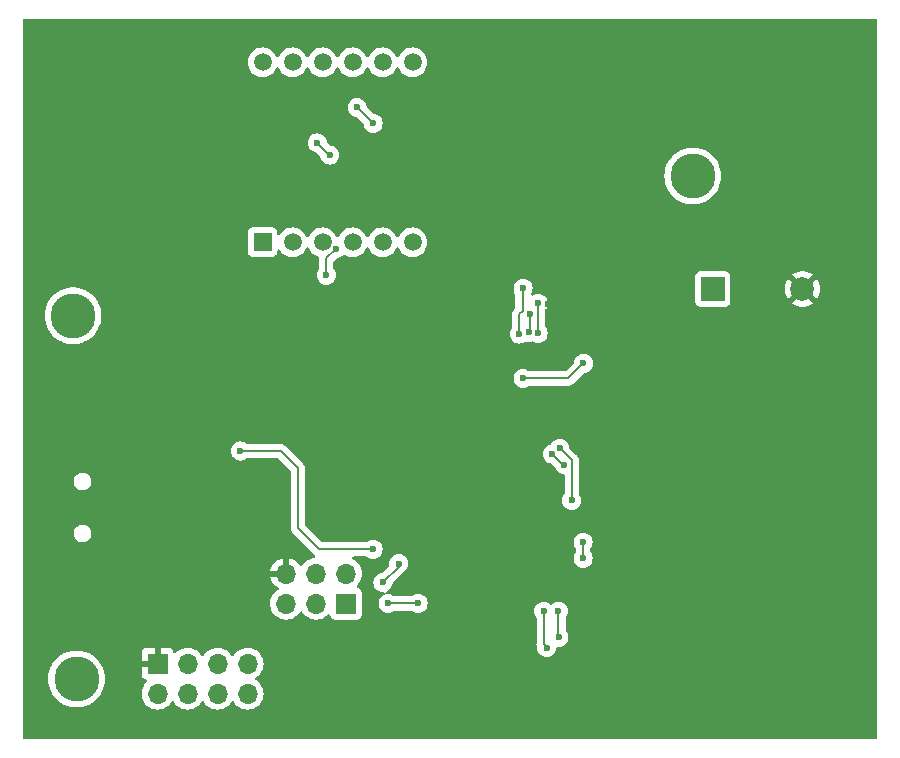
<source format=gbr>
%TF.GenerationSoftware,KiCad,Pcbnew,7.0.2*%
%TF.CreationDate,2023-04-20T12:49:32-06:00*%
%TF.ProjectId,Phase_B_KiCad_Bryce,50686173-655f-4425-9f4b-694361645f42,rev?*%
%TF.SameCoordinates,Original*%
%TF.FileFunction,Copper,L2,Bot*%
%TF.FilePolarity,Positive*%
%FSLAX46Y46*%
G04 Gerber Fmt 4.6, Leading zero omitted, Abs format (unit mm)*
G04 Created by KiCad (PCBNEW 7.0.2) date 2023-04-20 12:49:32*
%MOMM*%
%LPD*%
G01*
G04 APERTURE LIST*
%TA.AperFunction,ComponentPad*%
%ADD10C,3.800000*%
%TD*%
%TA.AperFunction,ComponentPad*%
%ADD11R,2.000000X2.000000*%
%TD*%
%TA.AperFunction,ComponentPad*%
%ADD12C,2.000000*%
%TD*%
%TA.AperFunction,ComponentPad*%
%ADD13R,1.700000X1.700000*%
%TD*%
%TA.AperFunction,ComponentPad*%
%ADD14O,1.700000X1.700000*%
%TD*%
%TA.AperFunction,ComponentPad*%
%ADD15R,1.500000X1.500000*%
%TD*%
%TA.AperFunction,ComponentPad*%
%ADD16C,1.500000*%
%TD*%
%TA.AperFunction,ViaPad*%
%ADD17C,0.600000*%
%TD*%
%TA.AperFunction,Conductor*%
%ADD18C,0.203200*%
%TD*%
G04 APERTURE END LIST*
D10*
%TO.P,REF\u002A\u002A,1*%
%TO.N,N/C*%
X118174108Y-33331284D03*
%TD*%
%TO.P,REF\u002A\u002A,1*%
%TO.N,N/C*%
X66001283Y-75910154D03*
%TD*%
%TO.P,REF\u002A\u002A,1*%
%TO.N,N/C*%
X65708950Y-45160364D03*
%TD*%
D11*
%TO.P,LS1,1,1*%
%TO.N,Buzzer*%
X119860000Y-42890000D03*
D12*
%TO.P,LS1,2,2*%
%TO.N,GND*%
X127460000Y-42890000D03*
%TD*%
D13*
%TO.P,J4,1,Pin_1*%
%TO.N,GND*%
X72870000Y-74620000D03*
D14*
%TO.P,J4,2,Pin_2*%
%TO.N,TX*%
X72870000Y-77160000D03*
%TO.P,J4,3,Pin_3*%
%TO.N,unconnected-(J4-Pin_3-Pad3)*%
X75410000Y-74620000D03*
%TO.P,J4,4,Pin_4*%
%TO.N,+3V3*%
X75410000Y-77160000D03*
%TO.P,J4,5,Pin_5*%
%TO.N,Net-(J4-Pin_5)*%
X77950000Y-74620000D03*
%TO.P,J4,6,Pin_6*%
%TO.N,+3V3*%
X77950000Y-77160000D03*
%TO.P,J4,7,Pin_7*%
%TO.N,RX*%
X80490000Y-74620000D03*
%TO.P,J4,8,Pin_8*%
%TO.N,+3V3*%
X80490000Y-77160000D03*
%TD*%
D13*
%TO.P,J2,1,MISO*%
%TO.N,MISO*%
X88832554Y-69540000D03*
D14*
%TO.P,J2,2,VCC*%
%TO.N,+5V*%
X88832554Y-67000000D03*
%TO.P,J2,3,SCK*%
%TO.N,SCK*%
X86292554Y-69540000D03*
%TO.P,J2,4,MOSI*%
%TO.N,MOSI*%
X86292554Y-67000000D03*
%TO.P,J2,5,~{RST}*%
%TO.N,RST*%
X83752554Y-69540000D03*
%TO.P,J2,6,GND*%
%TO.N,GND*%
X83752554Y-67000000D03*
%TD*%
D15*
%TO.P,U1,1,e*%
%TO.N,Net-(U1-e)*%
X81750000Y-38937500D03*
D16*
%TO.P,U1,2,d*%
%TO.N,Net-(U1-d)*%
X84290000Y-38937500D03*
%TO.P,U1,3,DPX*%
%TO.N,Net-(U1-DPX)*%
X86830000Y-38937500D03*
%TO.P,U1,4,c*%
%TO.N,Net-(U1-c)*%
X89370000Y-38937500D03*
%TO.P,U1,5,g*%
%TO.N,Net-(U1-g)*%
X91910000Y-38937500D03*
%TO.P,U1,6,CA4*%
%TO.N,Dig4*%
X94450000Y-38937500D03*
%TO.P,U1,7,b*%
%TO.N,Net-(U1-b)*%
X94450000Y-23697500D03*
%TO.P,U1,8,CA3*%
%TO.N,Dig3*%
X91910000Y-23697500D03*
%TO.P,U1,9,CA2*%
%TO.N,Dig2*%
X89370000Y-23697500D03*
%TO.P,U1,10,f*%
%TO.N,Net-(U1-f)*%
X86830000Y-23697500D03*
%TO.P,U1,11,a*%
%TO.N,Net-(U1-a)*%
X84290000Y-23697500D03*
%TO.P,U1,12,CA1*%
%TO.N,Dig1*%
X81750000Y-23697500D03*
%TD*%
D17*
%TO.N,GND*%
X88578943Y-61148943D03*
X94640948Y-60435406D03*
X79004216Y-60507878D03*
X91754027Y-51810082D03*
X79798568Y-67602927D03*
X72855958Y-65775000D03*
X65395894Y-49234042D03*
X71414708Y-68516891D03*
X110977025Y-72130571D03*
X101898423Y-75579291D03*
X76594063Y-56856065D03*
X99685392Y-71119561D03*
X87929185Y-57348059D03*
X97546793Y-75701132D03*
X104010251Y-55020247D03*
X77021524Y-66214405D03*
X104665908Y-66122724D03*
X105880000Y-44160000D03*
X71260062Y-63083020D03*
X110960000Y-44160000D03*
X97294241Y-65397497D03*
X110918302Y-56799688D03*
X107113526Y-67765303D03*
X95696311Y-50426142D03*
X93590626Y-78898095D03*
X88578943Y-62655717D03*
X102060730Y-56839933D03*
X95558975Y-71570146D03*
X86162490Y-51488977D03*
X104633472Y-56207395D03*
X95713149Y-56837887D03*
X80533090Y-53815088D03*
X97367029Y-50469350D03*
X103897898Y-75432399D03*
%TO.N,Net-(U1-DPX)*%
X87964562Y-39492854D03*
X87147662Y-41737935D03*
%TO.N,Net-(U1-a)*%
X86387991Y-30531117D03*
X87438792Y-31558792D03*
%TO.N,Button_1*%
X108890000Y-64348900D03*
X108890000Y-65710000D03*
%TO.N,RST*%
X94920000Y-69520000D03*
X92380000Y-69520000D03*
%TO.N,ST_CP*%
X108922700Y-49200000D03*
X103810000Y-50470000D03*
%TO.N,MISO*%
X91936008Y-67748978D03*
X93283349Y-66144355D03*
%TO.N,Dig3*%
X91110000Y-64941100D03*
X79883469Y-56616531D03*
%TO.N,TX*%
X105552246Y-70188900D03*
X105816818Y-73257869D03*
%TO.N,RX*%
X106801415Y-70180649D03*
X106847116Y-72404778D03*
%TO.N,Dig2*%
X105080000Y-46660000D03*
X107931456Y-60803169D03*
X106906400Y-56383818D03*
X105080000Y-44120000D03*
%TO.N,Dig4*%
X104365185Y-45027255D03*
X106277193Y-56877076D03*
X107291558Y-57761558D03*
X104284622Y-46578899D03*
%TO.N,Dig1*%
X103496542Y-46713562D03*
X103810000Y-42850000D03*
X91110000Y-28880000D03*
X89763707Y-27533707D03*
%TD*%
D18*
%TO.N,Dig3*%
X86531100Y-64941100D02*
X91110000Y-64941100D01*
X84760000Y-63170000D02*
X86531100Y-64941100D01*
X83286531Y-56616531D02*
X84760000Y-58090000D01*
X84760000Y-58090000D02*
X84760000Y-63170000D01*
X79883469Y-56616531D02*
X83286531Y-56616531D01*
%TO.N,Net-(U1-DPX)*%
X87147662Y-41737935D02*
X87147662Y-40309754D01*
X87147662Y-40309754D02*
X87964562Y-39492854D01*
%TO.N,Net-(U1-a)*%
X87415666Y-31558792D02*
X86387991Y-30531117D01*
X87438792Y-31558792D02*
X87415666Y-31558792D01*
%TO.N,Button_1*%
X108890000Y-64348900D02*
X108890000Y-65710000D01*
%TO.N,RST*%
X94920000Y-69520000D02*
X92380000Y-69520000D01*
%TO.N,ST_CP*%
X107652700Y-50470000D02*
X103810000Y-50470000D01*
X108922700Y-49200000D02*
X107652700Y-50470000D01*
%TO.N,MISO*%
X93283349Y-66144355D02*
X93283349Y-66401637D01*
X93283349Y-66401637D02*
X91936008Y-67748978D01*
%TO.N,TX*%
X105552246Y-72993297D02*
X105816818Y-73257869D01*
X105552246Y-70188900D02*
X105552246Y-72993297D01*
%TO.N,RX*%
X106801415Y-70180649D02*
X106801415Y-72359077D01*
X106801415Y-72359077D02*
X106847116Y-72404778D01*
%TO.N,Dig2*%
X105080000Y-46660000D02*
X105080000Y-44120000D01*
X107931456Y-57408874D02*
X106906400Y-56383818D01*
X107931456Y-60803169D02*
X107931456Y-57408874D01*
%TO.N,Dig4*%
X107161675Y-57761558D02*
X106277193Y-56877076D01*
X104365185Y-46498336D02*
X104284622Y-46578899D01*
X107291558Y-57761558D02*
X107161675Y-57761558D01*
X104365185Y-45027255D02*
X104365185Y-46498336D01*
%TO.N,Dig1*%
X103763585Y-42896415D02*
X103763585Y-44778064D01*
X103496542Y-45045107D02*
X103496542Y-46713562D01*
X103763585Y-44778064D02*
X103496542Y-45045107D01*
X103810000Y-42850000D02*
X103763585Y-42896415D01*
X89763707Y-27533707D02*
X91110000Y-28880000D01*
%TD*%
%TA.AperFunction,Conductor*%
%TO.N,GND*%
G36*
X133752539Y-20060185D02*
G01*
X133798294Y-20112989D01*
X133809500Y-20164500D01*
X133809500Y-80855500D01*
X133789815Y-80922539D01*
X133737011Y-80968294D01*
X133685500Y-80979500D01*
X61564500Y-80979500D01*
X61497461Y-80959815D01*
X61451706Y-80907011D01*
X61440500Y-80855500D01*
X61440500Y-75910154D01*
X63596037Y-75910154D01*
X63615003Y-76211611D01*
X63615730Y-76215423D01*
X63615732Y-76215437D01*
X63670871Y-76504484D01*
X63671602Y-76508314D01*
X63672806Y-76512021D01*
X63672807Y-76512023D01*
X63732694Y-76696337D01*
X63764942Y-76795584D01*
X63893550Y-77068890D01*
X63895632Y-77072171D01*
X63895635Y-77072176D01*
X64053307Y-77320628D01*
X64053311Y-77320634D01*
X64055398Y-77323922D01*
X64057877Y-77326919D01*
X64057881Y-77326924D01*
X64114536Y-77395408D01*
X64247934Y-77556658D01*
X64468121Y-77763428D01*
X64712488Y-77940970D01*
X64977179Y-78086486D01*
X65258021Y-78197679D01*
X65550585Y-78272796D01*
X65850256Y-78310654D01*
X65854150Y-78310654D01*
X66148416Y-78310654D01*
X66152310Y-78310654D01*
X66451981Y-78272796D01*
X66744545Y-78197679D01*
X67025387Y-78086486D01*
X67290078Y-77940970D01*
X67534445Y-77763428D01*
X67754632Y-77556658D01*
X67947168Y-77323922D01*
X68051197Y-77159999D01*
X71514340Y-77159999D01*
X71534936Y-77395407D01*
X71577340Y-77553661D01*
X71596097Y-77623663D01*
X71695965Y-77837830D01*
X71831505Y-78031401D01*
X71998599Y-78198495D01*
X72192170Y-78334035D01*
X72406337Y-78433903D01*
X72634592Y-78495063D01*
X72870000Y-78515659D01*
X73105408Y-78495063D01*
X73333663Y-78433903D01*
X73547830Y-78334035D01*
X73741401Y-78198495D01*
X73908495Y-78031401D01*
X74038426Y-77845839D01*
X74093002Y-77802216D01*
X74162500Y-77795022D01*
X74224855Y-77826545D01*
X74241571Y-77845837D01*
X74371505Y-78031401D01*
X74538599Y-78198495D01*
X74732170Y-78334035D01*
X74946337Y-78433903D01*
X75174591Y-78495062D01*
X75174592Y-78495063D01*
X75409999Y-78515659D01*
X75409999Y-78515658D01*
X75410000Y-78515659D01*
X75645408Y-78495063D01*
X75873663Y-78433903D01*
X76087830Y-78334035D01*
X76281401Y-78198495D01*
X76448495Y-78031401D01*
X76578426Y-77845839D01*
X76633002Y-77802216D01*
X76702500Y-77795022D01*
X76764855Y-77826545D01*
X76781571Y-77845837D01*
X76911505Y-78031401D01*
X77078599Y-78198495D01*
X77272170Y-78334035D01*
X77486337Y-78433903D01*
X77714592Y-78495063D01*
X77950000Y-78515659D01*
X78185408Y-78495063D01*
X78413663Y-78433903D01*
X78627830Y-78334035D01*
X78821401Y-78198495D01*
X78988495Y-78031401D01*
X79118426Y-77845839D01*
X79173002Y-77802216D01*
X79242500Y-77795022D01*
X79304855Y-77826545D01*
X79321571Y-77845837D01*
X79451505Y-78031401D01*
X79618599Y-78198495D01*
X79812170Y-78334035D01*
X80026337Y-78433903D01*
X80254592Y-78495063D01*
X80490000Y-78515659D01*
X80725408Y-78495063D01*
X80953663Y-78433903D01*
X81167830Y-78334035D01*
X81361401Y-78198495D01*
X81528495Y-78031401D01*
X81664035Y-77837830D01*
X81763903Y-77623663D01*
X81825063Y-77395408D01*
X81845659Y-77160000D01*
X81825063Y-76924592D01*
X81763903Y-76696337D01*
X81664035Y-76482171D01*
X81528495Y-76288599D01*
X81361401Y-76121505D01*
X81175839Y-75991573D01*
X81132215Y-75936997D01*
X81125023Y-75867498D01*
X81156545Y-75805144D01*
X81175831Y-75788432D01*
X81361401Y-75658495D01*
X81528495Y-75491401D01*
X81664035Y-75297830D01*
X81763903Y-75083663D01*
X81825063Y-74855408D01*
X81845659Y-74620000D01*
X81825063Y-74384592D01*
X81763903Y-74156337D01*
X81664035Y-73942171D01*
X81528495Y-73748599D01*
X81361401Y-73581505D01*
X81167830Y-73445965D01*
X80953663Y-73346097D01*
X80881074Y-73326647D01*
X80725407Y-73284936D01*
X80489999Y-73264340D01*
X80254592Y-73284936D01*
X80026336Y-73346097D01*
X79812170Y-73445965D01*
X79618598Y-73581505D01*
X79451505Y-73748598D01*
X79321575Y-73934159D01*
X79266998Y-73977784D01*
X79197500Y-73984978D01*
X79135145Y-73953455D01*
X79118425Y-73934159D01*
X78996571Y-73760133D01*
X78988495Y-73748599D01*
X78821401Y-73581505D01*
X78627830Y-73445965D01*
X78413663Y-73346097D01*
X78341074Y-73326647D01*
X78185407Y-73284936D01*
X77950000Y-73264340D01*
X77714592Y-73284936D01*
X77486336Y-73346097D01*
X77272170Y-73445965D01*
X77078598Y-73581505D01*
X76911505Y-73748598D01*
X76781575Y-73934159D01*
X76726998Y-73977784D01*
X76657500Y-73984978D01*
X76595145Y-73953455D01*
X76578425Y-73934159D01*
X76456571Y-73760133D01*
X76448495Y-73748599D01*
X76281401Y-73581505D01*
X76087830Y-73445965D01*
X75873663Y-73346097D01*
X75801074Y-73326647D01*
X75645407Y-73284936D01*
X75410000Y-73264340D01*
X75174592Y-73284936D01*
X74946336Y-73346097D01*
X74732170Y-73445965D01*
X74538601Y-73581503D01*
X74416285Y-73703819D01*
X74354962Y-73737303D01*
X74285270Y-73732319D01*
X74229337Y-73690447D01*
X74212422Y-73659471D01*
X74163352Y-73527911D01*
X74077188Y-73412811D01*
X73962089Y-73326647D01*
X73827371Y-73276400D01*
X73771132Y-73270354D01*
X73764518Y-73270000D01*
X73120000Y-73270000D01*
X73120000Y-74184498D01*
X73012315Y-74135320D01*
X72905763Y-74120000D01*
X72834237Y-74120000D01*
X72727685Y-74135320D01*
X72620000Y-74184498D01*
X72620000Y-73270000D01*
X71975482Y-73270000D01*
X71968867Y-73270354D01*
X71912628Y-73276400D01*
X71777910Y-73326647D01*
X71662811Y-73412811D01*
X71576647Y-73527910D01*
X71526400Y-73662628D01*
X71520354Y-73718867D01*
X71520000Y-73725481D01*
X71520000Y-74370000D01*
X72436314Y-74370000D01*
X72410507Y-74410156D01*
X72370000Y-74548111D01*
X72370000Y-74691889D01*
X72410507Y-74829844D01*
X72436314Y-74870000D01*
X71520000Y-74870000D01*
X71520000Y-75514518D01*
X71520354Y-75521132D01*
X71526400Y-75577371D01*
X71576647Y-75712089D01*
X71662811Y-75827188D01*
X71777911Y-75913352D01*
X71909471Y-75962422D01*
X71965404Y-76004294D01*
X71989821Y-76069758D01*
X71974969Y-76138031D01*
X71953819Y-76166285D01*
X71831503Y-76288601D01*
X71695965Y-76482170D01*
X71596097Y-76696336D01*
X71534936Y-76924592D01*
X71514340Y-77159999D01*
X68051197Y-77159999D01*
X68109016Y-77068890D01*
X68237624Y-76795584D01*
X68330964Y-76508314D01*
X68387563Y-76211611D01*
X68406529Y-75910154D01*
X68387563Y-75608697D01*
X68330964Y-75311994D01*
X68237624Y-75024724D01*
X68109016Y-74751418D01*
X67947168Y-74496386D01*
X67754632Y-74263650D01*
X67534445Y-74056880D01*
X67290078Y-73879338D01*
X67286674Y-73877467D01*
X67286670Y-73877464D01*
X67028804Y-73735700D01*
X67028797Y-73735696D01*
X67025387Y-73733822D01*
X67021761Y-73732386D01*
X67021756Y-73732384D01*
X66748173Y-73624065D01*
X66748167Y-73624063D01*
X66744545Y-73622629D01*
X66740767Y-73621659D01*
X66740764Y-73621658D01*
X66455759Y-73548482D01*
X66455758Y-73548481D01*
X66451981Y-73547512D01*
X66448118Y-73547024D01*
X66448113Y-73547023D01*
X66156174Y-73510142D01*
X66156171Y-73510141D01*
X66152310Y-73509654D01*
X65850256Y-73509654D01*
X65846395Y-73510141D01*
X65846391Y-73510142D01*
X65554452Y-73547023D01*
X65554444Y-73547024D01*
X65550585Y-73547512D01*
X65546810Y-73548481D01*
X65546806Y-73548482D01*
X65261801Y-73621658D01*
X65261794Y-73621660D01*
X65258021Y-73622629D01*
X65254403Y-73624061D01*
X65254392Y-73624065D01*
X64980809Y-73732384D01*
X64980798Y-73732388D01*
X64977179Y-73733822D01*
X64973774Y-73735693D01*
X64973761Y-73735700D01*
X64715895Y-73877464D01*
X64715883Y-73877471D01*
X64712488Y-73879338D01*
X64709344Y-73881621D01*
X64709338Y-73881626D01*
X64471277Y-74054586D01*
X64471266Y-74054594D01*
X64468121Y-74056880D01*
X64465286Y-74059541D01*
X64465279Y-74059548D01*
X64250771Y-74260985D01*
X64250764Y-74260992D01*
X64247934Y-74263650D01*
X64245459Y-74266641D01*
X64245455Y-74266646D01*
X64057881Y-74493383D01*
X64057871Y-74493395D01*
X64055398Y-74496386D01*
X64053316Y-74499665D01*
X64053307Y-74499679D01*
X63895635Y-74748131D01*
X63895628Y-74748142D01*
X63893550Y-74751418D01*
X63891897Y-74754928D01*
X63891894Y-74754936D01*
X63766598Y-75021204D01*
X63764942Y-75024724D01*
X63763740Y-75028421D01*
X63763738Y-75028428D01*
X63676205Y-75297827D01*
X63671602Y-75311994D01*
X63670873Y-75315814D01*
X63670871Y-75315823D01*
X63615732Y-75604870D01*
X63615729Y-75604886D01*
X63615003Y-75608697D01*
X63614758Y-75612588D01*
X63614758Y-75612590D01*
X63597305Y-75890000D01*
X63596037Y-75910154D01*
X61440500Y-75910154D01*
X61440500Y-63640817D01*
X65755668Y-63640817D01*
X65769470Y-63719084D01*
X65786135Y-63813594D01*
X65800389Y-63846638D01*
X65855623Y-63974687D01*
X65960390Y-64115413D01*
X66094783Y-64228183D01*
X66094784Y-64228183D01*
X66094786Y-64228185D01*
X66251567Y-64306923D01*
X66251568Y-64306923D01*
X66251570Y-64306924D01*
X66422277Y-64347383D01*
X66422279Y-64347383D01*
X66550111Y-64347383D01*
X66553709Y-64347383D01*
X66557292Y-64346964D01*
X66557295Y-64346964D01*
X66625428Y-64339000D01*
X66684255Y-64332124D01*
X66849117Y-64272120D01*
X66995696Y-64175713D01*
X67116092Y-64048101D01*
X67203812Y-63896164D01*
X67254130Y-63728093D01*
X67264331Y-63552948D01*
X67233865Y-63380172D01*
X67164377Y-63219079D01*
X67059610Y-63078353D01*
X67059609Y-63078352D01*
X66925216Y-62965582D01*
X66768429Y-62886841D01*
X66597723Y-62846383D01*
X66597721Y-62846383D01*
X66466291Y-62846383D01*
X66462725Y-62846799D01*
X66462704Y-62846801D01*
X66335746Y-62861641D01*
X66170883Y-62921645D01*
X66024303Y-63018053D01*
X65903908Y-63145663D01*
X65816188Y-63297601D01*
X65816188Y-63297602D01*
X65765870Y-63465673D01*
X65765869Y-63465675D01*
X65765870Y-63465675D01*
X65755668Y-63640817D01*
X61440500Y-63640817D01*
X61440500Y-59240817D01*
X65755668Y-59240817D01*
X65771058Y-59328090D01*
X65786135Y-59413594D01*
X65821752Y-59496164D01*
X65855623Y-59574687D01*
X65960390Y-59715413D01*
X66094783Y-59828183D01*
X66094784Y-59828183D01*
X66094786Y-59828185D01*
X66251567Y-59906923D01*
X66251568Y-59906923D01*
X66251570Y-59906924D01*
X66422277Y-59947383D01*
X66422279Y-59947383D01*
X66550111Y-59947383D01*
X66553709Y-59947383D01*
X66557292Y-59946964D01*
X66557295Y-59946964D01*
X66607557Y-59941088D01*
X66684255Y-59932124D01*
X66849117Y-59872120D01*
X66995696Y-59775713D01*
X67116092Y-59648101D01*
X67203812Y-59496164D01*
X67254130Y-59328093D01*
X67264331Y-59152948D01*
X67233865Y-58980172D01*
X67164377Y-58819079D01*
X67059610Y-58678353D01*
X67018236Y-58643636D01*
X66925216Y-58565582D01*
X66768429Y-58486841D01*
X66597723Y-58446383D01*
X66597721Y-58446383D01*
X66466291Y-58446383D01*
X66462725Y-58446799D01*
X66462704Y-58446801D01*
X66335746Y-58461641D01*
X66170883Y-58521645D01*
X66024303Y-58618053D01*
X65903908Y-58745663D01*
X65816188Y-58897601D01*
X65816188Y-58897602D01*
X65765870Y-59065673D01*
X65765869Y-59065675D01*
X65765870Y-59065675D01*
X65755668Y-59240817D01*
X61440500Y-59240817D01*
X61440500Y-56616530D01*
X79077903Y-56616530D01*
X79098100Y-56795782D01*
X79098100Y-56795784D01*
X79098101Y-56795786D01*
X79157680Y-56966053D01*
X79185937Y-57011024D01*
X79253654Y-57118795D01*
X79381204Y-57246345D01*
X79381206Y-57246346D01*
X79381207Y-57246347D01*
X79533947Y-57342320D01*
X79704214Y-57401899D01*
X79883469Y-57422096D01*
X80062724Y-57401899D01*
X80232991Y-57342320D01*
X80385731Y-57246347D01*
X80385730Y-57246347D01*
X80397561Y-57238914D01*
X80399843Y-57242546D01*
X80438452Y-57221465D01*
X80464810Y-57218631D01*
X82985771Y-57218631D01*
X83052810Y-57238316D01*
X83073452Y-57254950D01*
X84121581Y-58303079D01*
X84155066Y-58364402D01*
X84157900Y-58390760D01*
X84157900Y-63122420D01*
X84156839Y-63138605D01*
X84152705Y-63169999D01*
X84157900Y-63209454D01*
X84157900Y-63209460D01*
X84169504Y-63297602D01*
X84173397Y-63327179D01*
X84230764Y-63465673D01*
X84234067Y-63473647D01*
X84306337Y-63567831D01*
X84305711Y-63567069D01*
X84305869Y-63567409D01*
X84306350Y-63567849D01*
X84330577Y-63599422D01*
X84355708Y-63618706D01*
X84367902Y-63629400D01*
X86071699Y-65333197D01*
X86082393Y-65345391D01*
X86101676Y-65370521D01*
X86133237Y-65394738D01*
X86133254Y-65394752D01*
X86188564Y-65437193D01*
X86229766Y-65493621D01*
X86233921Y-65563367D01*
X86199709Y-65624288D01*
X86137991Y-65657040D01*
X86123885Y-65659097D01*
X86057146Y-65664936D01*
X85828890Y-65726097D01*
X85614724Y-65825965D01*
X85421152Y-65961505D01*
X85254062Y-66128595D01*
X85123823Y-66314596D01*
X85069246Y-66358220D01*
X84999747Y-66365413D01*
X84937393Y-66333891D01*
X84920673Y-66314595D01*
X84790663Y-66128921D01*
X84623635Y-65961893D01*
X84430130Y-65826399D01*
X84216046Y-65726569D01*
X84002554Y-65669364D01*
X84002554Y-66564498D01*
X83894869Y-66515320D01*
X83788317Y-66500000D01*
X83716791Y-66500000D01*
X83610239Y-66515320D01*
X83502554Y-66564498D01*
X83502554Y-65669364D01*
X83502553Y-65669364D01*
X83289061Y-65726569D01*
X83074975Y-65826400D01*
X82881475Y-65961890D01*
X82714444Y-66128921D01*
X82578954Y-66322421D01*
X82479123Y-66536507D01*
X82421918Y-66749999D01*
X82421918Y-66750000D01*
X83318868Y-66750000D01*
X83293061Y-66790156D01*
X83252554Y-66928111D01*
X83252554Y-67071889D01*
X83293061Y-67209844D01*
X83318868Y-67250000D01*
X82421918Y-67250000D01*
X82479123Y-67463492D01*
X82578953Y-67677576D01*
X82714447Y-67871081D01*
X82881472Y-68038106D01*
X83067149Y-68168119D01*
X83110773Y-68222696D01*
X83117966Y-68292195D01*
X83086444Y-68354549D01*
X83067149Y-68371269D01*
X82881149Y-68501508D01*
X82714059Y-68668598D01*
X82578519Y-68862170D01*
X82478651Y-69076336D01*
X82417490Y-69304592D01*
X82396894Y-69540000D01*
X82417490Y-69775407D01*
X82462263Y-69942502D01*
X82478651Y-70003663D01*
X82578519Y-70217830D01*
X82714059Y-70411401D01*
X82881153Y-70578495D01*
X83074724Y-70714035D01*
X83288891Y-70813903D01*
X83517146Y-70875063D01*
X83752554Y-70895659D01*
X83987962Y-70875063D01*
X84216217Y-70813903D01*
X84430384Y-70714035D01*
X84623955Y-70578495D01*
X84791049Y-70411401D01*
X84920980Y-70225839D01*
X84975556Y-70182216D01*
X85045054Y-70175022D01*
X85107409Y-70206545D01*
X85124125Y-70225837D01*
X85254059Y-70411401D01*
X85421153Y-70578495D01*
X85614724Y-70714035D01*
X85828891Y-70813903D01*
X86057146Y-70875063D01*
X86292553Y-70895659D01*
X86292553Y-70895658D01*
X86292554Y-70895659D01*
X86527962Y-70875063D01*
X86756217Y-70813903D01*
X86970384Y-70714035D01*
X87163955Y-70578495D01*
X87285883Y-70456566D01*
X87347202Y-70423084D01*
X87416894Y-70428068D01*
X87472828Y-70469939D01*
X87489743Y-70500916D01*
X87515845Y-70570898D01*
X87538758Y-70632331D01*
X87625008Y-70747546D01*
X87740223Y-70833796D01*
X87875071Y-70884091D01*
X87934681Y-70890500D01*
X89730426Y-70890499D01*
X89790037Y-70884091D01*
X89924885Y-70833796D01*
X90040100Y-70747546D01*
X90126350Y-70632331D01*
X90176645Y-70497483D01*
X90183054Y-70437873D01*
X90183053Y-68642128D01*
X90176645Y-68582517D01*
X90126350Y-68447669D01*
X90040100Y-68332454D01*
X89924885Y-68246204D01*
X89861857Y-68222696D01*
X89793470Y-68197189D01*
X89737537Y-68155317D01*
X89713120Y-68089853D01*
X89727972Y-68021580D01*
X89749117Y-67993332D01*
X89871049Y-67871401D01*
X89956771Y-67748977D01*
X91130442Y-67748977D01*
X91150639Y-67928229D01*
X91150639Y-67928231D01*
X91150640Y-67928233D01*
X91210219Y-68098500D01*
X91210220Y-68098501D01*
X91306193Y-68251242D01*
X91433743Y-68378792D01*
X91433745Y-68378793D01*
X91433746Y-68378794D01*
X91586486Y-68474767D01*
X91756753Y-68534346D01*
X91864305Y-68546464D01*
X91936006Y-68554543D01*
X91936006Y-68554542D01*
X91936008Y-68554543D01*
X91991956Y-68548239D01*
X92060778Y-68560293D01*
X92112158Y-68607641D01*
X92129783Y-68675252D01*
X92108057Y-68741658D01*
X92053879Y-68785776D01*
X92046798Y-68788500D01*
X92030478Y-68794210D01*
X91877735Y-68890185D01*
X91750185Y-69017735D01*
X91654212Y-69170476D01*
X91654211Y-69170478D01*
X91594632Y-69340745D01*
X91594631Y-69340748D01*
X91574434Y-69520000D01*
X91594631Y-69699251D01*
X91594631Y-69699253D01*
X91594632Y-69699255D01*
X91654211Y-69869522D01*
X91654212Y-69869523D01*
X91750185Y-70022264D01*
X91877735Y-70149814D01*
X91877737Y-70149815D01*
X91877738Y-70149816D01*
X92030478Y-70245789D01*
X92200745Y-70305368D01*
X92380000Y-70325565D01*
X92559255Y-70305368D01*
X92729522Y-70245789D01*
X92882262Y-70149816D01*
X92882261Y-70149816D01*
X92894092Y-70142383D01*
X92896374Y-70146015D01*
X92934983Y-70124934D01*
X92961341Y-70122100D01*
X94338659Y-70122100D01*
X94405698Y-70141785D01*
X94408323Y-70143900D01*
X94417737Y-70149815D01*
X94417738Y-70149816D01*
X94570478Y-70245789D01*
X94740745Y-70305368D01*
X94920000Y-70325565D01*
X95099255Y-70305368D01*
X95269522Y-70245789D01*
X95360060Y-70188900D01*
X104746680Y-70188900D01*
X104766877Y-70368151D01*
X104766877Y-70368153D01*
X104766878Y-70368155D01*
X104826457Y-70538422D01*
X104826458Y-70538423D01*
X104929863Y-70702992D01*
X104926228Y-70705275D01*
X104947302Y-70743834D01*
X104950146Y-70770240D01*
X104950146Y-72945717D01*
X104949085Y-72961902D01*
X104944951Y-72993296D01*
X104950146Y-73032751D01*
X104950146Y-73032757D01*
X104959137Y-73101051D01*
X104965644Y-73150477D01*
X105004974Y-73245429D01*
X105013633Y-73278997D01*
X105031449Y-73437120D01*
X105031449Y-73437122D01*
X105031450Y-73437124D01*
X105091029Y-73607391D01*
X105091030Y-73607392D01*
X105187003Y-73760133D01*
X105314553Y-73887683D01*
X105314555Y-73887684D01*
X105314556Y-73887685D01*
X105467296Y-73983658D01*
X105637563Y-74043237D01*
X105758649Y-74056880D01*
X105816817Y-74063434D01*
X105816817Y-74063433D01*
X105816818Y-74063434D01*
X105996073Y-74043237D01*
X106166340Y-73983658D01*
X106319080Y-73887685D01*
X106446634Y-73760131D01*
X106542607Y-73607391D01*
X106602186Y-73437124D01*
X106616605Y-73309155D01*
X106643672Y-73244741D01*
X106701266Y-73205186D01*
X106753709Y-73199819D01*
X106847116Y-73210343D01*
X107026371Y-73190146D01*
X107196638Y-73130567D01*
X107349378Y-73034594D01*
X107476932Y-72907040D01*
X107572905Y-72754300D01*
X107632484Y-72584033D01*
X107652681Y-72404778D01*
X107632484Y-72225523D01*
X107572905Y-72055256D01*
X107476932Y-71902516D01*
X107476931Y-71902515D01*
X107476930Y-71902513D01*
X107439834Y-71865417D01*
X107406349Y-71804094D01*
X107403515Y-71777736D01*
X107403515Y-70761989D01*
X107423200Y-70694950D01*
X107425314Y-70692326D01*
X107431227Y-70682914D01*
X107431231Y-70682911D01*
X107527204Y-70530171D01*
X107586783Y-70359904D01*
X107606980Y-70180649D01*
X107586783Y-70001394D01*
X107527204Y-69831127D01*
X107431231Y-69678387D01*
X107431230Y-69678386D01*
X107431229Y-69678384D01*
X107303679Y-69550834D01*
X107241282Y-69511628D01*
X107150937Y-69454860D01*
X106980670Y-69395281D01*
X106980668Y-69395280D01*
X106980666Y-69395280D01*
X106801415Y-69375083D01*
X106622163Y-69395280D01*
X106622160Y-69395280D01*
X106622160Y-69395281D01*
X106451893Y-69454860D01*
X106451891Y-69454860D01*
X106451891Y-69454861D01*
X106299150Y-69550834D01*
X106260386Y-69589599D01*
X106199063Y-69623084D01*
X106129371Y-69618100D01*
X106085024Y-69589599D01*
X106054510Y-69559085D01*
X105992113Y-69519879D01*
X105901768Y-69463111D01*
X105731501Y-69403532D01*
X105731499Y-69403531D01*
X105731497Y-69403531D01*
X105552246Y-69383334D01*
X105372994Y-69403531D01*
X105372991Y-69403531D01*
X105372991Y-69403532D01*
X105202724Y-69463111D01*
X105202722Y-69463111D01*
X105202722Y-69463112D01*
X105049981Y-69559085D01*
X104922431Y-69686635D01*
X104826458Y-69839376D01*
X104766877Y-70009648D01*
X104746680Y-70188900D01*
X95360060Y-70188900D01*
X95422262Y-70149816D01*
X95549816Y-70022262D01*
X95645789Y-69869522D01*
X95705368Y-69699255D01*
X95725565Y-69520000D01*
X95705368Y-69340745D01*
X95645789Y-69170478D01*
X95549816Y-69017738D01*
X95549815Y-69017737D01*
X95549814Y-69017735D01*
X95422264Y-68890185D01*
X95359867Y-68850979D01*
X95269522Y-68794211D01*
X95099255Y-68734632D01*
X95099253Y-68734631D01*
X95099251Y-68734631D01*
X94920000Y-68714434D01*
X94740748Y-68734631D01*
X94740745Y-68734631D01*
X94740745Y-68734632D01*
X94570478Y-68794211D01*
X94570476Y-68794211D01*
X94570476Y-68794212D01*
X94405908Y-68897617D01*
X94403625Y-68893984D01*
X94365017Y-68915066D01*
X94338659Y-68917900D01*
X92961341Y-68917900D01*
X92894302Y-68898215D01*
X92891676Y-68896099D01*
X92824929Y-68854159D01*
X92729522Y-68794211D01*
X92559255Y-68734632D01*
X92559253Y-68734631D01*
X92559251Y-68734631D01*
X92379999Y-68714434D01*
X92324049Y-68720738D01*
X92255227Y-68708683D01*
X92203848Y-68661334D01*
X92186224Y-68593723D01*
X92207951Y-68527318D01*
X92262130Y-68483200D01*
X92269207Y-68480478D01*
X92285530Y-68474767D01*
X92438270Y-68378794D01*
X92565824Y-68251240D01*
X92661797Y-68098500D01*
X92721376Y-67928233D01*
X92730882Y-67843859D01*
X92757948Y-67779445D01*
X92766412Y-67770070D01*
X93675452Y-66861029D01*
X93687637Y-66850343D01*
X93712771Y-66831059D01*
X93715692Y-66827251D01*
X93748099Y-66797741D01*
X93760170Y-66790156D01*
X93785611Y-66774171D01*
X93913165Y-66646617D01*
X94009138Y-66493877D01*
X94068717Y-66323610D01*
X94088914Y-66144355D01*
X94068717Y-65965100D01*
X94009138Y-65794833D01*
X93955833Y-65709999D01*
X108084434Y-65709999D01*
X108104631Y-65889251D01*
X108104631Y-65889253D01*
X108104632Y-65889255D01*
X108164211Y-66059522D01*
X108207614Y-66128598D01*
X108260185Y-66212264D01*
X108387735Y-66339814D01*
X108387737Y-66339815D01*
X108387738Y-66339816D01*
X108540478Y-66435789D01*
X108710745Y-66495368D01*
X108890000Y-66515565D01*
X109069255Y-66495368D01*
X109239522Y-66435789D01*
X109392262Y-66339816D01*
X109519816Y-66212262D01*
X109615789Y-66059522D01*
X109675368Y-65889255D01*
X109695565Y-65710000D01*
X109675368Y-65530745D01*
X109615789Y-65360478D01*
X109519816Y-65207738D01*
X109512383Y-65195908D01*
X109516017Y-65193624D01*
X109494943Y-65155065D01*
X109492100Y-65128668D01*
X109492100Y-64930236D01*
X109511784Y-64863201D01*
X109513899Y-64860577D01*
X109519812Y-64851165D01*
X109519816Y-64851162D01*
X109615789Y-64698422D01*
X109675368Y-64528155D01*
X109695565Y-64348900D01*
X109675368Y-64169645D01*
X109615789Y-63999378D01*
X109519816Y-63846638D01*
X109519815Y-63846637D01*
X109519814Y-63846635D01*
X109392264Y-63719085D01*
X109329867Y-63679878D01*
X109239522Y-63623111D01*
X109069255Y-63563532D01*
X109069253Y-63563531D01*
X109069251Y-63563531D01*
X108889999Y-63543334D01*
X108710748Y-63563531D01*
X108710745Y-63563531D01*
X108710745Y-63563532D01*
X108540478Y-63623111D01*
X108540476Y-63623111D01*
X108540476Y-63623112D01*
X108387735Y-63719085D01*
X108260185Y-63846635D01*
X108164212Y-63999376D01*
X108104631Y-64169648D01*
X108084434Y-64348900D01*
X108104631Y-64528151D01*
X108104631Y-64528153D01*
X108104632Y-64528155D01*
X108164211Y-64698422D01*
X108164212Y-64698423D01*
X108267617Y-64862992D01*
X108263982Y-64865275D01*
X108285056Y-64903834D01*
X108287900Y-64930240D01*
X108287900Y-65128659D01*
X108268215Y-65195698D01*
X108266099Y-65198323D01*
X108165148Y-65358986D01*
X108164211Y-65360478D01*
X108117622Y-65493621D01*
X108104631Y-65530748D01*
X108084434Y-65709999D01*
X93955833Y-65709999D01*
X93913165Y-65642093D01*
X93913164Y-65642092D01*
X93913163Y-65642090D01*
X93785613Y-65514540D01*
X93710007Y-65467034D01*
X93632871Y-65418566D01*
X93462604Y-65358987D01*
X93462602Y-65358986D01*
X93462600Y-65358986D01*
X93283348Y-65338789D01*
X93104097Y-65358986D01*
X93104094Y-65358986D01*
X93104094Y-65358987D01*
X92933827Y-65418566D01*
X92933825Y-65418566D01*
X92933825Y-65418567D01*
X92781084Y-65514540D01*
X92653534Y-65642090D01*
X92567143Y-65779582D01*
X92557560Y-65794833D01*
X92546515Y-65826399D01*
X92497980Y-65965103D01*
X92477783Y-66144355D01*
X92492499Y-66274963D01*
X92480444Y-66343784D01*
X92456960Y-66376527D01*
X91914922Y-66918564D01*
X91853599Y-66952049D01*
X91841125Y-66954103D01*
X91756757Y-66963609D01*
X91756754Y-66963609D01*
X91756753Y-66963610D01*
X91586486Y-67023189D01*
X91586484Y-67023189D01*
X91586484Y-67023190D01*
X91433743Y-67119163D01*
X91306193Y-67246713D01*
X91210220Y-67399454D01*
X91210219Y-67399456D01*
X91187752Y-67463663D01*
X91150639Y-67569726D01*
X91130442Y-67748977D01*
X89956771Y-67748977D01*
X90006589Y-67677830D01*
X90106457Y-67463663D01*
X90167617Y-67235408D01*
X90188213Y-67000000D01*
X90167617Y-66764592D01*
X90106457Y-66536337D01*
X90006589Y-66322171D01*
X89871049Y-66128599D01*
X89703955Y-65961505D01*
X89510384Y-65825965D01*
X89410914Y-65779581D01*
X89358476Y-65733410D01*
X89339324Y-65666216D01*
X89359540Y-65599335D01*
X89412705Y-65554000D01*
X89463320Y-65543200D01*
X90528659Y-65543200D01*
X90595698Y-65562885D01*
X90598323Y-65565000D01*
X90607737Y-65570915D01*
X90607738Y-65570916D01*
X90760478Y-65666889D01*
X90930745Y-65726468D01*
X91110000Y-65746665D01*
X91289255Y-65726468D01*
X91459522Y-65666889D01*
X91612262Y-65570916D01*
X91739816Y-65443362D01*
X91835789Y-65290622D01*
X91895368Y-65120355D01*
X91915565Y-64941100D01*
X91895368Y-64761845D01*
X91835789Y-64591578D01*
X91739816Y-64438838D01*
X91739815Y-64438837D01*
X91739814Y-64438835D01*
X91612264Y-64311285D01*
X91549867Y-64272078D01*
X91459522Y-64215311D01*
X91289255Y-64155732D01*
X91289253Y-64155731D01*
X91289251Y-64155731D01*
X91109999Y-64135534D01*
X90930748Y-64155731D01*
X90930745Y-64155731D01*
X90930745Y-64155732D01*
X90760478Y-64215311D01*
X90760476Y-64215311D01*
X90760476Y-64215312D01*
X90595908Y-64318717D01*
X90593625Y-64315084D01*
X90555017Y-64336166D01*
X90528659Y-64339000D01*
X86831860Y-64339000D01*
X86764821Y-64319315D01*
X86744179Y-64302681D01*
X85398419Y-62956920D01*
X85364934Y-62895597D01*
X85362100Y-62869239D01*
X85362100Y-58137586D01*
X85363161Y-58121400D01*
X85367295Y-58089999D01*
X85364887Y-58071713D01*
X85346602Y-57932820D01*
X85285933Y-57786353D01*
X85213652Y-57692154D01*
X85213648Y-57692150D01*
X85189422Y-57660578D01*
X85164287Y-57641291D01*
X85152101Y-57630603D01*
X84398574Y-56877076D01*
X105471627Y-56877076D01*
X105491824Y-57056327D01*
X105491824Y-57056329D01*
X105491825Y-57056331D01*
X105551404Y-57226598D01*
X105551405Y-57226599D01*
X105647378Y-57379340D01*
X105774928Y-57506890D01*
X105774930Y-57506891D01*
X105774931Y-57506892D01*
X105927671Y-57602865D01*
X106097938Y-57662444D01*
X106182310Y-57671950D01*
X106246724Y-57699016D01*
X106256108Y-57707489D01*
X106495196Y-57946577D01*
X106524556Y-57993303D01*
X106565767Y-58111077D01*
X106661743Y-58263822D01*
X106789293Y-58391372D01*
X106789295Y-58391373D01*
X106789296Y-58391374D01*
X106942036Y-58487347D01*
X107112303Y-58546926D01*
X107167357Y-58553129D01*
X107219239Y-58558975D01*
X107283653Y-58586041D01*
X107323208Y-58643636D01*
X107329355Y-58682195D01*
X107329356Y-60221828D01*
X107309671Y-60288867D01*
X107307554Y-60291494D01*
X107205668Y-60453645D01*
X107146087Y-60623917D01*
X107125890Y-60803169D01*
X107146087Y-60982420D01*
X107146087Y-60982422D01*
X107146088Y-60982424D01*
X107205667Y-61152691D01*
X107205668Y-61152692D01*
X107301641Y-61305433D01*
X107429191Y-61432983D01*
X107429193Y-61432984D01*
X107429194Y-61432985D01*
X107581934Y-61528958D01*
X107752201Y-61588537D01*
X107931456Y-61608734D01*
X108110711Y-61588537D01*
X108280978Y-61528958D01*
X108433718Y-61432985D01*
X108561272Y-61305431D01*
X108657245Y-61152691D01*
X108716824Y-60982424D01*
X108737021Y-60803169D01*
X108716824Y-60623914D01*
X108657245Y-60453647D01*
X108561272Y-60300907D01*
X108553839Y-60289077D01*
X108557471Y-60286794D01*
X108536389Y-60248185D01*
X108533555Y-60221827D01*
X108533555Y-58897601D01*
X108533555Y-57456437D01*
X108534614Y-57440287D01*
X108538750Y-57408874D01*
X108533556Y-57369419D01*
X108533556Y-57369414D01*
X108518058Y-57251694D01*
X108457389Y-57105227D01*
X108415826Y-57051061D01*
X108385107Y-57011027D01*
X108385104Y-57011024D01*
X108360878Y-56979452D01*
X108335743Y-56960165D01*
X108323557Y-56949477D01*
X107736813Y-56362733D01*
X107703328Y-56301410D01*
X107701274Y-56288935D01*
X107696579Y-56247261D01*
X107691768Y-56204563D01*
X107632189Y-56034296D01*
X107536216Y-55881556D01*
X107536215Y-55881555D01*
X107536214Y-55881553D01*
X107408664Y-55754003D01*
X107346267Y-55714796D01*
X107255922Y-55658029D01*
X107085655Y-55598450D01*
X107085653Y-55598449D01*
X107085651Y-55598449D01*
X106906400Y-55578252D01*
X106727148Y-55598449D01*
X106727145Y-55598449D01*
X106727145Y-55598450D01*
X106556878Y-55658029D01*
X106556876Y-55658029D01*
X106556876Y-55658030D01*
X106404135Y-55754003D01*
X106276584Y-55881554D01*
X106179857Y-56035495D01*
X106127522Y-56081786D01*
X106110911Y-56086480D01*
X106111126Y-56087094D01*
X106097940Y-56091707D01*
X106097938Y-56091708D01*
X105927671Y-56151287D01*
X105927669Y-56151287D01*
X105927669Y-56151288D01*
X105774928Y-56247261D01*
X105647378Y-56374811D01*
X105551405Y-56527552D01*
X105491824Y-56697824D01*
X105471627Y-56877076D01*
X84398574Y-56877076D01*
X83745927Y-56224429D01*
X83735232Y-56212234D01*
X83715952Y-56187107D01*
X83692292Y-56168952D01*
X83692282Y-56168945D01*
X83684380Y-56162882D01*
X83684378Y-56162880D01*
X83590178Y-56090598D01*
X83580236Y-56086480D01*
X83442183Y-56029296D01*
X83435651Y-56028868D01*
X83326003Y-56014432D01*
X83325979Y-56014430D01*
X83286531Y-56009236D01*
X83255136Y-56013370D01*
X83238951Y-56014431D01*
X80464810Y-56014431D01*
X80397771Y-55994746D01*
X80395145Y-55992630D01*
X80335853Y-55955374D01*
X80232991Y-55890742D01*
X80062724Y-55831163D01*
X80062722Y-55831162D01*
X80062720Y-55831162D01*
X79883469Y-55810965D01*
X79704217Y-55831162D01*
X79704214Y-55831162D01*
X79704214Y-55831163D01*
X79533947Y-55890742D01*
X79533945Y-55890742D01*
X79533945Y-55890743D01*
X79381204Y-55986716D01*
X79253654Y-56114266D01*
X79157681Y-56267007D01*
X79157680Y-56267009D01*
X79098101Y-56437276D01*
X79098100Y-56437279D01*
X79077903Y-56616530D01*
X61440500Y-56616530D01*
X61440500Y-50469999D01*
X103004434Y-50469999D01*
X103024631Y-50649251D01*
X103024631Y-50649253D01*
X103024632Y-50649255D01*
X103084211Y-50819522D01*
X103084212Y-50819523D01*
X103180185Y-50972264D01*
X103307735Y-51099814D01*
X103307737Y-51099815D01*
X103307738Y-51099816D01*
X103460478Y-51195789D01*
X103630745Y-51255368D01*
X103810000Y-51275565D01*
X103989255Y-51255368D01*
X104159522Y-51195789D01*
X104312262Y-51099816D01*
X104312261Y-51099816D01*
X104324092Y-51092383D01*
X104326374Y-51096015D01*
X104364983Y-51074934D01*
X104391341Y-51072100D01*
X107605120Y-51072100D01*
X107621304Y-51073160D01*
X107652700Y-51077294D01*
X107692155Y-51072100D01*
X107692160Y-51072100D01*
X107809880Y-51056602D01*
X107956347Y-50995933D01*
X107987196Y-50972262D01*
X108050547Y-50923651D01*
X108050548Y-50923648D01*
X108066841Y-50911147D01*
X108066840Y-50911147D01*
X108082122Y-50899422D01*
X108101410Y-50874284D01*
X108112090Y-50862106D01*
X108943785Y-50030411D01*
X109005106Y-49996928D01*
X109017579Y-49994874D01*
X109101955Y-49985368D01*
X109272222Y-49925789D01*
X109424962Y-49829816D01*
X109552516Y-49702262D01*
X109648489Y-49549522D01*
X109708068Y-49379255D01*
X109728265Y-49200000D01*
X109708068Y-49020745D01*
X109648489Y-48850478D01*
X109552516Y-48697738D01*
X109552515Y-48697737D01*
X109552514Y-48697735D01*
X109424964Y-48570185D01*
X109362567Y-48530978D01*
X109272222Y-48474211D01*
X109101955Y-48414632D01*
X109101953Y-48414631D01*
X109101951Y-48414631D01*
X108922700Y-48394434D01*
X108743448Y-48414631D01*
X108743445Y-48414631D01*
X108743445Y-48414632D01*
X108573178Y-48474211D01*
X108573176Y-48474211D01*
X108573176Y-48474212D01*
X108420435Y-48570185D01*
X108292885Y-48697735D01*
X108196912Y-48850476D01*
X108137331Y-49020749D01*
X108127825Y-49105117D01*
X108100758Y-49169531D01*
X108092286Y-49178914D01*
X107439621Y-49831581D01*
X107378298Y-49865066D01*
X107351940Y-49867900D01*
X104391341Y-49867900D01*
X104324302Y-49848215D01*
X104321676Y-49846099D01*
X104262384Y-49808843D01*
X104159522Y-49744211D01*
X103989255Y-49684632D01*
X103989253Y-49684631D01*
X103989251Y-49684631D01*
X103809999Y-49664434D01*
X103630748Y-49684631D01*
X103630745Y-49684631D01*
X103630745Y-49684632D01*
X103460478Y-49744211D01*
X103460476Y-49744211D01*
X103460476Y-49744212D01*
X103307735Y-49840185D01*
X103180185Y-49967735D01*
X103084212Y-50120476D01*
X103024631Y-50290748D01*
X103004434Y-50469999D01*
X61440500Y-50469999D01*
X61440500Y-45160364D01*
X63303704Y-45160364D01*
X63322670Y-45461821D01*
X63323397Y-45465633D01*
X63323399Y-45465647D01*
X63378538Y-45754694D01*
X63379269Y-45758524D01*
X63472609Y-46045794D01*
X63601217Y-46319100D01*
X63603299Y-46322381D01*
X63603302Y-46322386D01*
X63760974Y-46570838D01*
X63760978Y-46570844D01*
X63763065Y-46574132D01*
X63955601Y-46806868D01*
X64175788Y-47013638D01*
X64420155Y-47191180D01*
X64423562Y-47193053D01*
X64674901Y-47331229D01*
X64684846Y-47336696D01*
X64965688Y-47447889D01*
X65258252Y-47523006D01*
X65557923Y-47560864D01*
X65561817Y-47560864D01*
X65856083Y-47560864D01*
X65859977Y-47560864D01*
X66159648Y-47523006D01*
X66452212Y-47447889D01*
X66733054Y-47336696D01*
X66997745Y-47191180D01*
X67242112Y-47013638D01*
X67462299Y-46806868D01*
X67539489Y-46713561D01*
X102690976Y-46713561D01*
X102711173Y-46892813D01*
X102711173Y-46892815D01*
X102711174Y-46892817D01*
X102770753Y-47063084D01*
X102770754Y-47063085D01*
X102866727Y-47215826D01*
X102994277Y-47343376D01*
X102994279Y-47343377D01*
X102994280Y-47343378D01*
X103147020Y-47439351D01*
X103317287Y-47498930D01*
X103496542Y-47519127D01*
X103675797Y-47498930D01*
X103846064Y-47439351D01*
X103965006Y-47364614D01*
X104032241Y-47345614D01*
X104071928Y-47352565D01*
X104105367Y-47364267D01*
X104239808Y-47379414D01*
X104284621Y-47384464D01*
X104284621Y-47384463D01*
X104284622Y-47384464D01*
X104463877Y-47364267D01*
X104556752Y-47331767D01*
X104626529Y-47328205D01*
X104663675Y-47343814D01*
X104730478Y-47385789D01*
X104900745Y-47445368D01*
X105080000Y-47465565D01*
X105259255Y-47445368D01*
X105429522Y-47385789D01*
X105582262Y-47289816D01*
X105709816Y-47162262D01*
X105805789Y-47009522D01*
X105865368Y-46839255D01*
X105885565Y-46660000D01*
X105865368Y-46480745D01*
X105805789Y-46310478D01*
X105709816Y-46157738D01*
X105702383Y-46145908D01*
X105706015Y-46143625D01*
X105684934Y-46105017D01*
X105682100Y-46078659D01*
X105682100Y-44701340D01*
X105701785Y-44634301D01*
X105703899Y-44631677D01*
X105709812Y-44622265D01*
X105709816Y-44622262D01*
X105805789Y-44469522D01*
X105865368Y-44299255D01*
X105885565Y-44120000D01*
X105865368Y-43940745D01*
X105863210Y-43934578D01*
X118359500Y-43934578D01*
X118359501Y-43937872D01*
X118365909Y-43997483D01*
X118416204Y-44132331D01*
X118502454Y-44247546D01*
X118617669Y-44333796D01*
X118752517Y-44384091D01*
X118812127Y-44390500D01*
X120907872Y-44390499D01*
X120967483Y-44384091D01*
X121102331Y-44333796D01*
X121217546Y-44247546D01*
X121303796Y-44132331D01*
X121354091Y-43997483D01*
X121360500Y-43937873D01*
X121360499Y-42890000D01*
X125954858Y-42890000D01*
X125975386Y-43137732D01*
X126036413Y-43378721D01*
X126136268Y-43606370D01*
X126236563Y-43759882D01*
X126236564Y-43759882D01*
X126976923Y-43019523D01*
X127000507Y-43099844D01*
X127078239Y-43220798D01*
X127186900Y-43314952D01*
X127317685Y-43374680D01*
X127327466Y-43376086D01*
X126589942Y-44113609D01*
X126589942Y-44113610D01*
X126636766Y-44150055D01*
X126855393Y-44268368D01*
X127090506Y-44349083D01*
X127335707Y-44390000D01*
X127584293Y-44390000D01*
X127829493Y-44349083D01*
X128064606Y-44268368D01*
X128283233Y-44150053D01*
X128330056Y-44113609D01*
X127592533Y-43376086D01*
X127602315Y-43374680D01*
X127733100Y-43314952D01*
X127841761Y-43220798D01*
X127919493Y-43099844D01*
X127943076Y-43019524D01*
X128683434Y-43759882D01*
X128783730Y-43606369D01*
X128883586Y-43378721D01*
X128944613Y-43137732D01*
X128965141Y-42890000D01*
X128944613Y-42642267D01*
X128883586Y-42401278D01*
X128783730Y-42173630D01*
X128683434Y-42020116D01*
X127943076Y-42760474D01*
X127919493Y-42680156D01*
X127841761Y-42559202D01*
X127733100Y-42465048D01*
X127602315Y-42405320D01*
X127592531Y-42403913D01*
X128330056Y-41666389D01*
X128330056Y-41666387D01*
X128283235Y-41629947D01*
X128064606Y-41511631D01*
X127829493Y-41430916D01*
X127584293Y-41390000D01*
X127335707Y-41390000D01*
X127090506Y-41430916D01*
X126855393Y-41511631D01*
X126636764Y-41629946D01*
X126589942Y-41666388D01*
X126589942Y-41666390D01*
X127327466Y-42403913D01*
X127317685Y-42405320D01*
X127186900Y-42465048D01*
X127078239Y-42559202D01*
X127000507Y-42680156D01*
X126976923Y-42760475D01*
X126236564Y-42020116D01*
X126136266Y-42173634D01*
X126036413Y-42401278D01*
X125975386Y-42642267D01*
X125954858Y-42890000D01*
X121360499Y-42890000D01*
X121360499Y-41842128D01*
X121354091Y-41782517D01*
X121303796Y-41647669D01*
X121217546Y-41532454D01*
X121102331Y-41446204D01*
X120967483Y-41395909D01*
X120967483Y-41395908D01*
X120911166Y-41389854D01*
X120911165Y-41389853D01*
X120907873Y-41389500D01*
X120904550Y-41389500D01*
X118815439Y-41389500D01*
X118815420Y-41389500D01*
X118812128Y-41389501D01*
X118808848Y-41389853D01*
X118808840Y-41389854D01*
X118752515Y-41395909D01*
X118617669Y-41446204D01*
X118502454Y-41532454D01*
X118416204Y-41647668D01*
X118365910Y-41782515D01*
X118365909Y-41782517D01*
X118359500Y-41842127D01*
X118359500Y-41845448D01*
X118359500Y-41845449D01*
X118359500Y-43934560D01*
X118359500Y-43934578D01*
X105863210Y-43934578D01*
X105805789Y-43770478D01*
X105709816Y-43617738D01*
X105709815Y-43617737D01*
X105709814Y-43617735D01*
X105582264Y-43490185D01*
X105491173Y-43432949D01*
X105429522Y-43394211D01*
X105259255Y-43334632D01*
X105259253Y-43334631D01*
X105259251Y-43334631D01*
X105080000Y-43314434D01*
X104900748Y-43334631D01*
X104730474Y-43394212D01*
X104666644Y-43434319D01*
X104599407Y-43453318D01*
X104532572Y-43432949D01*
X104487359Y-43379681D01*
X104478123Y-43310424D01*
X104495677Y-43263358D01*
X104535789Y-43199522D01*
X104595368Y-43029255D01*
X104615565Y-42850000D01*
X104595368Y-42670745D01*
X104535789Y-42500478D01*
X104439816Y-42347738D01*
X104439815Y-42347737D01*
X104439814Y-42347735D01*
X104312264Y-42220185D01*
X104238172Y-42173630D01*
X104159522Y-42124211D01*
X103989255Y-42064632D01*
X103989253Y-42064631D01*
X103989251Y-42064631D01*
X103809999Y-42044434D01*
X103630748Y-42064631D01*
X103630745Y-42064631D01*
X103630745Y-42064632D01*
X103460478Y-42124211D01*
X103460476Y-42124211D01*
X103460476Y-42124212D01*
X103307735Y-42220185D01*
X103180185Y-42347735D01*
X103084212Y-42500476D01*
X103024631Y-42670748D01*
X103004434Y-42850000D01*
X103024631Y-43029251D01*
X103024631Y-43029253D01*
X103024632Y-43029255D01*
X103084211Y-43199522D01*
X103084212Y-43199523D01*
X103142479Y-43292254D01*
X103161485Y-43358226D01*
X103161485Y-44477302D01*
X103141800Y-44544341D01*
X103125164Y-44564985D01*
X103104432Y-44585716D01*
X103092241Y-44596407D01*
X103067123Y-44615681D01*
X103067119Y-44615685D01*
X103067120Y-44615685D01*
X103042893Y-44647257D01*
X103042891Y-44647260D01*
X103040541Y-44650321D01*
X103040540Y-44650323D01*
X102984307Y-44723608D01*
X102970609Y-44741459D01*
X102909940Y-44887927D01*
X102894442Y-45005647D01*
X102894442Y-45005653D01*
X102889247Y-45045106D01*
X102893381Y-45076500D01*
X102894442Y-45092686D01*
X102894442Y-46132221D01*
X102874757Y-46199260D01*
X102872640Y-46201887D01*
X102770754Y-46364038D01*
X102711173Y-46534310D01*
X102690976Y-46713561D01*
X67539489Y-46713561D01*
X67654835Y-46574132D01*
X67816683Y-46319100D01*
X67945291Y-46045794D01*
X68038631Y-45758524D01*
X68095230Y-45461821D01*
X68114196Y-45160364D01*
X68095230Y-44858907D01*
X68038631Y-44562204D01*
X67945291Y-44274934D01*
X67816683Y-44001628D01*
X67654835Y-43746596D01*
X67462299Y-43513860D01*
X67242112Y-43307090D01*
X67154660Y-43243553D01*
X67000894Y-43131836D01*
X67000895Y-43131836D01*
X66997745Y-43129548D01*
X66994341Y-43127677D01*
X66994337Y-43127674D01*
X66736471Y-42985910D01*
X66736464Y-42985906D01*
X66733054Y-42984032D01*
X66729428Y-42982596D01*
X66729423Y-42982594D01*
X66455840Y-42874275D01*
X66455834Y-42874273D01*
X66452212Y-42872839D01*
X66448434Y-42871869D01*
X66448431Y-42871868D01*
X66163426Y-42798692D01*
X66163425Y-42798691D01*
X66159648Y-42797722D01*
X66155785Y-42797234D01*
X66155780Y-42797233D01*
X65863841Y-42760352D01*
X65863838Y-42760351D01*
X65859977Y-42759864D01*
X65557923Y-42759864D01*
X65554062Y-42760351D01*
X65554058Y-42760352D01*
X65262119Y-42797233D01*
X65262111Y-42797234D01*
X65258252Y-42797722D01*
X65254477Y-42798691D01*
X65254473Y-42798692D01*
X64969468Y-42871868D01*
X64969461Y-42871870D01*
X64965688Y-42872839D01*
X64962070Y-42874271D01*
X64962059Y-42874275D01*
X64688476Y-42982594D01*
X64688465Y-42982598D01*
X64684846Y-42984032D01*
X64681441Y-42985903D01*
X64681428Y-42985910D01*
X64423562Y-43127674D01*
X64423550Y-43127681D01*
X64420155Y-43129548D01*
X64417011Y-43131831D01*
X64417005Y-43131836D01*
X64178944Y-43304796D01*
X64178933Y-43304804D01*
X64175788Y-43307090D01*
X64172953Y-43309751D01*
X64172946Y-43309758D01*
X63958438Y-43511195D01*
X63958431Y-43511202D01*
X63955601Y-43513860D01*
X63953126Y-43516851D01*
X63953122Y-43516856D01*
X63765548Y-43743593D01*
X63765538Y-43743605D01*
X63763065Y-43746596D01*
X63760983Y-43749875D01*
X63760974Y-43749889D01*
X63603302Y-43998341D01*
X63603295Y-43998352D01*
X63601217Y-44001628D01*
X63599564Y-44005138D01*
X63599561Y-44005146D01*
X63474265Y-44271414D01*
X63472609Y-44274934D01*
X63471407Y-44278631D01*
X63471405Y-44278638D01*
X63435059Y-44390500D01*
X63379269Y-44562204D01*
X63378540Y-44566024D01*
X63378538Y-44566033D01*
X63323399Y-44855080D01*
X63323396Y-44855096D01*
X63322670Y-44858907D01*
X63322425Y-44862798D01*
X63322425Y-44862800D01*
X63310955Y-45045106D01*
X63303704Y-45160364D01*
X61440500Y-45160364D01*
X61440500Y-39732078D01*
X80499500Y-39732078D01*
X80499501Y-39735372D01*
X80505909Y-39794983D01*
X80556204Y-39929831D01*
X80642454Y-40045046D01*
X80757669Y-40131296D01*
X80892517Y-40181591D01*
X80952127Y-40188000D01*
X82547872Y-40187999D01*
X82607483Y-40181591D01*
X82742331Y-40131296D01*
X82857546Y-40045046D01*
X82943796Y-39929831D01*
X82994091Y-39794983D01*
X83000500Y-39735373D01*
X83000499Y-39669359D01*
X83020183Y-39602323D01*
X83072986Y-39556567D01*
X83142144Y-39546623D01*
X83205700Y-39575647D01*
X83226071Y-39598234D01*
X83328402Y-39744377D01*
X83483123Y-39899098D01*
X83662361Y-40024602D01*
X83860670Y-40117075D01*
X84072023Y-40173707D01*
X84290000Y-40192777D01*
X84507977Y-40173707D01*
X84719330Y-40117075D01*
X84917639Y-40024602D01*
X85096877Y-39899098D01*
X85251598Y-39744377D01*
X85377102Y-39565139D01*
X85447617Y-39413917D01*
X85493790Y-39361478D01*
X85560984Y-39342326D01*
X85627865Y-39362542D01*
X85672382Y-39413917D01*
X85742898Y-39565139D01*
X85868402Y-39744377D01*
X86023123Y-39899098D01*
X86202361Y-40024602D01*
X86400670Y-40117075D01*
X86455070Y-40131651D01*
X86514729Y-40168014D01*
X86545259Y-40230860D01*
X86545878Y-40265466D01*
X86545562Y-40270300D01*
X86540367Y-40309753D01*
X86544501Y-40341147D01*
X86545562Y-40357333D01*
X86545562Y-41156594D01*
X86525877Y-41223633D01*
X86523761Y-41226258D01*
X86421874Y-41388411D01*
X86421873Y-41388413D01*
X86421369Y-41389854D01*
X86362293Y-41558683D01*
X86342096Y-41737935D01*
X86362293Y-41917186D01*
X86362293Y-41917188D01*
X86362294Y-41917190D01*
X86421873Y-42087457D01*
X86421874Y-42087458D01*
X86517847Y-42240199D01*
X86645397Y-42367749D01*
X86645399Y-42367750D01*
X86645400Y-42367751D01*
X86798140Y-42463724D01*
X86968407Y-42523303D01*
X87147662Y-42543500D01*
X87326917Y-42523303D01*
X87497184Y-42463724D01*
X87649924Y-42367751D01*
X87777478Y-42240197D01*
X87873451Y-42087457D01*
X87933030Y-41917190D01*
X87953227Y-41737935D01*
X87933030Y-41558680D01*
X87873451Y-41388413D01*
X87777478Y-41235673D01*
X87770045Y-41223843D01*
X87773677Y-41221560D01*
X87752596Y-41182952D01*
X87749762Y-41156594D01*
X87749762Y-40610513D01*
X87769447Y-40543474D01*
X87786077Y-40522836D01*
X87985647Y-40323265D01*
X88046968Y-40289782D01*
X88059441Y-40287728D01*
X88143817Y-40278222D01*
X88314084Y-40218643D01*
X88466824Y-40122670D01*
X88564408Y-40025085D01*
X88625729Y-39991602D01*
X88695421Y-39996586D01*
X88723211Y-40011193D01*
X88742361Y-40024602D01*
X88940670Y-40117075D01*
X89152023Y-40173707D01*
X89370000Y-40192777D01*
X89587977Y-40173707D01*
X89799330Y-40117075D01*
X89997639Y-40024602D01*
X90176877Y-39899098D01*
X90331598Y-39744377D01*
X90457102Y-39565139D01*
X90527617Y-39413917D01*
X90573790Y-39361478D01*
X90640984Y-39342326D01*
X90707865Y-39362542D01*
X90752382Y-39413917D01*
X90822898Y-39565139D01*
X90948402Y-39744377D01*
X91103123Y-39899098D01*
X91282361Y-40024602D01*
X91480670Y-40117075D01*
X91692023Y-40173707D01*
X91910000Y-40192777D01*
X92127977Y-40173707D01*
X92339330Y-40117075D01*
X92537639Y-40024602D01*
X92716877Y-39899098D01*
X92871598Y-39744377D01*
X92997102Y-39565139D01*
X93067617Y-39413917D01*
X93113790Y-39361478D01*
X93180984Y-39342326D01*
X93247865Y-39362542D01*
X93292382Y-39413917D01*
X93362898Y-39565139D01*
X93488402Y-39744377D01*
X93643123Y-39899098D01*
X93822361Y-40024602D01*
X94020670Y-40117075D01*
X94232023Y-40173707D01*
X94450000Y-40192777D01*
X94667977Y-40173707D01*
X94879330Y-40117075D01*
X95077639Y-40024602D01*
X95256877Y-39899098D01*
X95411598Y-39744377D01*
X95537102Y-39565139D01*
X95629575Y-39366830D01*
X95686207Y-39155477D01*
X95705277Y-38937500D01*
X95686207Y-38719523D01*
X95629575Y-38508170D01*
X95537102Y-38309862D01*
X95411598Y-38130623D01*
X95256877Y-37975902D01*
X95077639Y-37850398D01*
X94986205Y-37807761D01*
X94879331Y-37757925D01*
X94667974Y-37701292D01*
X94450000Y-37682222D01*
X94232025Y-37701292D01*
X94020668Y-37757925D01*
X93822361Y-37850398D01*
X93643122Y-37975902D01*
X93488402Y-38130622D01*
X93362898Y-38309861D01*
X93292382Y-38461083D01*
X93246209Y-38513522D01*
X93179016Y-38532674D01*
X93112135Y-38512458D01*
X93067618Y-38461083D01*
X93002010Y-38320388D01*
X92997102Y-38309862D01*
X92871598Y-38130623D01*
X92716877Y-37975902D01*
X92537639Y-37850398D01*
X92446205Y-37807761D01*
X92339331Y-37757925D01*
X92127974Y-37701292D01*
X91909999Y-37682222D01*
X91692025Y-37701292D01*
X91480668Y-37757925D01*
X91282361Y-37850398D01*
X91103122Y-37975902D01*
X90948402Y-38130622D01*
X90822898Y-38309861D01*
X90752382Y-38461083D01*
X90706209Y-38513522D01*
X90639016Y-38532674D01*
X90572135Y-38512458D01*
X90527618Y-38461083D01*
X90462010Y-38320388D01*
X90457102Y-38309862D01*
X90331598Y-38130623D01*
X90176877Y-37975902D01*
X89997639Y-37850398D01*
X89906205Y-37807761D01*
X89799331Y-37757925D01*
X89587974Y-37701292D01*
X89370000Y-37682222D01*
X89152025Y-37701292D01*
X88940668Y-37757925D01*
X88742361Y-37850398D01*
X88563122Y-37975902D01*
X88408402Y-38130622D01*
X88282898Y-38309861D01*
X88212382Y-38461083D01*
X88166209Y-38513522D01*
X88099016Y-38532674D01*
X88032135Y-38512458D01*
X87987618Y-38461083D01*
X87922010Y-38320388D01*
X87917102Y-38309862D01*
X87791598Y-38130623D01*
X87636877Y-37975902D01*
X87457639Y-37850398D01*
X87366205Y-37807761D01*
X87259331Y-37757925D01*
X87047974Y-37701292D01*
X86829999Y-37682222D01*
X86612025Y-37701292D01*
X86400668Y-37757925D01*
X86202361Y-37850398D01*
X86023122Y-37975902D01*
X85868402Y-38130622D01*
X85742898Y-38309861D01*
X85672382Y-38461083D01*
X85626209Y-38513522D01*
X85559016Y-38532674D01*
X85492135Y-38512458D01*
X85447618Y-38461083D01*
X85382010Y-38320388D01*
X85377102Y-38309862D01*
X85251598Y-38130623D01*
X85096877Y-37975902D01*
X84917639Y-37850398D01*
X84826205Y-37807761D01*
X84719331Y-37757925D01*
X84507974Y-37701292D01*
X84290000Y-37682222D01*
X84072025Y-37701292D01*
X83860668Y-37757925D01*
X83662361Y-37850398D01*
X83483122Y-37975902D01*
X83328402Y-38130622D01*
X83226074Y-38276763D01*
X83171497Y-38320388D01*
X83101999Y-38327582D01*
X83039644Y-38296059D01*
X83004230Y-38235829D01*
X83000499Y-38205640D01*
X83000499Y-38142939D01*
X83000499Y-38139628D01*
X82994091Y-38080017D01*
X82943796Y-37945169D01*
X82857546Y-37829954D01*
X82742331Y-37743704D01*
X82607483Y-37693409D01*
X82547873Y-37687000D01*
X82544550Y-37687000D01*
X80955439Y-37687000D01*
X80955420Y-37687000D01*
X80952128Y-37687001D01*
X80948848Y-37687353D01*
X80948840Y-37687354D01*
X80892515Y-37693409D01*
X80757669Y-37743704D01*
X80642454Y-37829954D01*
X80556204Y-37945168D01*
X80505910Y-38080015D01*
X80505909Y-38080017D01*
X80499500Y-38139627D01*
X80499500Y-38142948D01*
X80499500Y-38142949D01*
X80499500Y-39732060D01*
X80499500Y-39732078D01*
X61440500Y-39732078D01*
X61440500Y-33331284D01*
X115768862Y-33331284D01*
X115787828Y-33632741D01*
X115788555Y-33636553D01*
X115788557Y-33636567D01*
X115843696Y-33925614D01*
X115844427Y-33929444D01*
X115937767Y-34216714D01*
X116066375Y-34490020D01*
X116068457Y-34493301D01*
X116068460Y-34493306D01*
X116226132Y-34741758D01*
X116226136Y-34741764D01*
X116228223Y-34745052D01*
X116420759Y-34977788D01*
X116640946Y-35184558D01*
X116885313Y-35362100D01*
X117150004Y-35507616D01*
X117430846Y-35618809D01*
X117723410Y-35693926D01*
X118023081Y-35731784D01*
X118026975Y-35731784D01*
X118321241Y-35731784D01*
X118325135Y-35731784D01*
X118624806Y-35693926D01*
X118917370Y-35618809D01*
X119198212Y-35507616D01*
X119462903Y-35362100D01*
X119707270Y-35184558D01*
X119927457Y-34977788D01*
X120119993Y-34745052D01*
X120281841Y-34490020D01*
X120410449Y-34216714D01*
X120503789Y-33929444D01*
X120560388Y-33632741D01*
X120579354Y-33331284D01*
X120560388Y-33029827D01*
X120503789Y-32733124D01*
X120410449Y-32445854D01*
X120281841Y-32172548D01*
X120119993Y-31917516D01*
X120112381Y-31908315D01*
X119971520Y-31738043D01*
X119927457Y-31684780D01*
X119707270Y-31478010D01*
X119462903Y-31300468D01*
X119459499Y-31298597D01*
X119459495Y-31298594D01*
X119201629Y-31156830D01*
X119201622Y-31156826D01*
X119198212Y-31154952D01*
X119194586Y-31153516D01*
X119194581Y-31153514D01*
X118920998Y-31045195D01*
X118920992Y-31045193D01*
X118917370Y-31043759D01*
X118913592Y-31042789D01*
X118913589Y-31042788D01*
X118628584Y-30969612D01*
X118628583Y-30969611D01*
X118624806Y-30968642D01*
X118620943Y-30968154D01*
X118620938Y-30968153D01*
X118328999Y-30931272D01*
X118328996Y-30931271D01*
X118325135Y-30930784D01*
X118023081Y-30930784D01*
X118019220Y-30931271D01*
X118019216Y-30931272D01*
X117727277Y-30968153D01*
X117727269Y-30968154D01*
X117723410Y-30968642D01*
X117719635Y-30969611D01*
X117719631Y-30969612D01*
X117434626Y-31042788D01*
X117434619Y-31042790D01*
X117430846Y-31043759D01*
X117427228Y-31045191D01*
X117427217Y-31045195D01*
X117153634Y-31153514D01*
X117153623Y-31153518D01*
X117150004Y-31154952D01*
X117146599Y-31156823D01*
X117146586Y-31156830D01*
X116888720Y-31298594D01*
X116888708Y-31298601D01*
X116885313Y-31300468D01*
X116882169Y-31302751D01*
X116882163Y-31302756D01*
X116644102Y-31475716D01*
X116644091Y-31475724D01*
X116640946Y-31478010D01*
X116638111Y-31480671D01*
X116638104Y-31480678D01*
X116423596Y-31682115D01*
X116423589Y-31682122D01*
X116420759Y-31684780D01*
X116418284Y-31687771D01*
X116418280Y-31687776D01*
X116230706Y-31914513D01*
X116230696Y-31914525D01*
X116228223Y-31917516D01*
X116226141Y-31920795D01*
X116226132Y-31920809D01*
X116068460Y-32169261D01*
X116068453Y-32169272D01*
X116066375Y-32172548D01*
X116064722Y-32176058D01*
X116064719Y-32176066D01*
X115939423Y-32442334D01*
X115937767Y-32445854D01*
X115844427Y-32733124D01*
X115843698Y-32736944D01*
X115843696Y-32736953D01*
X115788557Y-33026000D01*
X115788554Y-33026016D01*
X115787828Y-33029827D01*
X115768862Y-33331284D01*
X61440500Y-33331284D01*
X61440500Y-30531117D01*
X85582425Y-30531117D01*
X85602622Y-30710368D01*
X85602622Y-30710370D01*
X85602623Y-30710372D01*
X85662202Y-30880639D01*
X85718970Y-30970984D01*
X85758176Y-31033381D01*
X85885726Y-31160931D01*
X85885728Y-31160932D01*
X85885729Y-31160933D01*
X86038469Y-31256906D01*
X86208736Y-31316485D01*
X86293108Y-31325991D01*
X86357522Y-31353057D01*
X86366906Y-31361530D01*
X86611314Y-31605938D01*
X86644799Y-31667261D01*
X86646853Y-31679734D01*
X86653423Y-31738043D01*
X86653423Y-31738045D01*
X86653424Y-31738047D01*
X86713003Y-31908314D01*
X86713004Y-31908315D01*
X86808977Y-32061056D01*
X86936527Y-32188606D01*
X86936529Y-32188607D01*
X86936530Y-32188608D01*
X87089270Y-32284581D01*
X87259537Y-32344160D01*
X87438792Y-32364357D01*
X87618047Y-32344160D01*
X87788314Y-32284581D01*
X87941054Y-32188608D01*
X88068608Y-32061054D01*
X88164581Y-31908314D01*
X88224160Y-31738047D01*
X88244357Y-31558792D01*
X88224160Y-31379537D01*
X88164581Y-31209270D01*
X88068608Y-31056530D01*
X88068607Y-31056529D01*
X88068606Y-31056527D01*
X87941056Y-30928977D01*
X87864126Y-30880639D01*
X87788314Y-30833003D01*
X87618047Y-30773424D01*
X87618043Y-30773423D01*
X87618042Y-30773423D01*
X87507610Y-30760980D01*
X87443196Y-30733913D01*
X87433813Y-30725441D01*
X87218404Y-30510032D01*
X87184919Y-30448709D01*
X87182865Y-30436234D01*
X87173359Y-30351865D01*
X87173359Y-30351862D01*
X87113780Y-30181595D01*
X87017807Y-30028855D01*
X87017806Y-30028854D01*
X87017805Y-30028852D01*
X86890255Y-29901302D01*
X86827858Y-29862095D01*
X86737513Y-29805328D01*
X86567246Y-29745749D01*
X86567244Y-29745748D01*
X86567242Y-29745748D01*
X86387990Y-29725551D01*
X86208739Y-29745748D01*
X86208736Y-29745748D01*
X86208736Y-29745749D01*
X86038469Y-29805328D01*
X86038467Y-29805328D01*
X86038467Y-29805329D01*
X85885726Y-29901302D01*
X85758176Y-30028852D01*
X85662203Y-30181593D01*
X85602622Y-30351865D01*
X85582425Y-30531117D01*
X61440500Y-30531117D01*
X61440500Y-27533706D01*
X88958141Y-27533706D01*
X88978338Y-27712958D01*
X88978338Y-27712960D01*
X88978339Y-27712962D01*
X89037918Y-27883229D01*
X89037919Y-27883230D01*
X89133892Y-28035971D01*
X89261442Y-28163521D01*
X89261444Y-28163522D01*
X89261445Y-28163523D01*
X89414185Y-28259496D01*
X89584452Y-28319075D01*
X89668824Y-28328581D01*
X89733238Y-28355647D01*
X89742622Y-28364120D01*
X90279586Y-28901084D01*
X90313071Y-28962407D01*
X90315125Y-28974881D01*
X90324631Y-29059251D01*
X90324631Y-29059253D01*
X90324632Y-29059255D01*
X90384211Y-29229522D01*
X90384212Y-29229523D01*
X90480185Y-29382264D01*
X90607735Y-29509814D01*
X90607737Y-29509815D01*
X90607738Y-29509816D01*
X90760478Y-29605789D01*
X90930745Y-29665368D01*
X91110000Y-29685565D01*
X91289255Y-29665368D01*
X91459522Y-29605789D01*
X91612262Y-29509816D01*
X91739816Y-29382262D01*
X91835789Y-29229522D01*
X91895368Y-29059255D01*
X91915565Y-28880000D01*
X91895368Y-28700745D01*
X91835789Y-28530478D01*
X91739816Y-28377738D01*
X91739815Y-28377737D01*
X91739814Y-28377735D01*
X91612264Y-28250185D01*
X91549867Y-28210978D01*
X91459522Y-28154211D01*
X91289255Y-28094632D01*
X91289253Y-28094631D01*
X91289251Y-28094631D01*
X91204881Y-28085125D01*
X91140467Y-28058058D01*
X91131084Y-28049586D01*
X90594120Y-27512622D01*
X90560635Y-27451299D01*
X90558581Y-27438824D01*
X90549075Y-27354455D01*
X90549075Y-27354452D01*
X90489496Y-27184185D01*
X90393523Y-27031445D01*
X90393522Y-27031444D01*
X90393521Y-27031442D01*
X90265971Y-26903892D01*
X90203574Y-26864686D01*
X90113229Y-26807918D01*
X89942962Y-26748339D01*
X89942960Y-26748338D01*
X89942958Y-26748338D01*
X89763706Y-26728141D01*
X89584455Y-26748338D01*
X89584452Y-26748338D01*
X89584452Y-26748339D01*
X89414185Y-26807918D01*
X89414183Y-26807918D01*
X89414183Y-26807919D01*
X89261442Y-26903892D01*
X89133892Y-27031442D01*
X89037919Y-27184183D01*
X88978338Y-27354455D01*
X88958141Y-27533706D01*
X61440500Y-27533706D01*
X61440500Y-23697499D01*
X80494722Y-23697499D01*
X80513792Y-23915474D01*
X80513793Y-23915477D01*
X80570425Y-24126830D01*
X80662898Y-24325139D01*
X80788402Y-24504377D01*
X80943123Y-24659098D01*
X81122361Y-24784602D01*
X81320670Y-24877075D01*
X81532023Y-24933707D01*
X81677340Y-24946420D01*
X81749999Y-24952777D01*
X81749999Y-24952776D01*
X81750000Y-24952777D01*
X81967977Y-24933707D01*
X82179330Y-24877075D01*
X82377639Y-24784602D01*
X82556877Y-24659098D01*
X82711598Y-24504377D01*
X82837102Y-24325139D01*
X82907617Y-24173917D01*
X82953790Y-24121478D01*
X83020984Y-24102326D01*
X83087865Y-24122542D01*
X83132382Y-24173917D01*
X83202898Y-24325139D01*
X83328402Y-24504377D01*
X83483123Y-24659098D01*
X83662361Y-24784602D01*
X83860670Y-24877075D01*
X84072023Y-24933707D01*
X84217340Y-24946420D01*
X84289999Y-24952777D01*
X84289999Y-24952776D01*
X84290000Y-24952777D01*
X84507977Y-24933707D01*
X84719330Y-24877075D01*
X84917639Y-24784602D01*
X85096877Y-24659098D01*
X85251598Y-24504377D01*
X85377102Y-24325139D01*
X85447617Y-24173917D01*
X85493790Y-24121478D01*
X85560984Y-24102326D01*
X85627865Y-24122542D01*
X85672382Y-24173917D01*
X85742898Y-24325139D01*
X85868402Y-24504377D01*
X86023123Y-24659098D01*
X86202361Y-24784602D01*
X86400670Y-24877075D01*
X86612023Y-24933707D01*
X86757340Y-24946420D01*
X86829999Y-24952777D01*
X86829999Y-24952776D01*
X86830000Y-24952777D01*
X87047977Y-24933707D01*
X87259330Y-24877075D01*
X87457639Y-24784602D01*
X87636877Y-24659098D01*
X87791598Y-24504377D01*
X87917102Y-24325139D01*
X87987617Y-24173917D01*
X88033790Y-24121478D01*
X88100984Y-24102326D01*
X88167865Y-24122542D01*
X88212382Y-24173917D01*
X88282898Y-24325139D01*
X88408402Y-24504377D01*
X88563123Y-24659098D01*
X88742361Y-24784602D01*
X88940670Y-24877075D01*
X89152023Y-24933707D01*
X89297340Y-24946420D01*
X89369999Y-24952777D01*
X89369999Y-24952776D01*
X89370000Y-24952777D01*
X89587977Y-24933707D01*
X89799330Y-24877075D01*
X89997639Y-24784602D01*
X90176877Y-24659098D01*
X90331598Y-24504377D01*
X90457102Y-24325139D01*
X90527617Y-24173917D01*
X90573790Y-24121478D01*
X90640984Y-24102326D01*
X90707865Y-24122542D01*
X90752382Y-24173917D01*
X90822898Y-24325139D01*
X90948402Y-24504377D01*
X91103123Y-24659098D01*
X91282361Y-24784602D01*
X91480670Y-24877075D01*
X91692023Y-24933707D01*
X91837340Y-24946420D01*
X91909999Y-24952777D01*
X91909999Y-24952776D01*
X91910000Y-24952777D01*
X92127977Y-24933707D01*
X92339330Y-24877075D01*
X92537639Y-24784602D01*
X92716877Y-24659098D01*
X92871598Y-24504377D01*
X92997102Y-24325139D01*
X93067617Y-24173917D01*
X93113790Y-24121478D01*
X93180984Y-24102326D01*
X93247865Y-24122542D01*
X93292382Y-24173917D01*
X93362898Y-24325139D01*
X93488402Y-24504377D01*
X93643123Y-24659098D01*
X93822361Y-24784602D01*
X94020670Y-24877075D01*
X94232023Y-24933707D01*
X94377340Y-24946420D01*
X94449999Y-24952777D01*
X94449999Y-24952776D01*
X94450000Y-24952777D01*
X94667977Y-24933707D01*
X94879330Y-24877075D01*
X95077639Y-24784602D01*
X95256877Y-24659098D01*
X95411598Y-24504377D01*
X95537102Y-24325139D01*
X95629575Y-24126830D01*
X95686207Y-23915477D01*
X95705277Y-23697500D01*
X95686207Y-23479523D01*
X95629575Y-23268170D01*
X95537102Y-23069862D01*
X95411598Y-22890623D01*
X95256877Y-22735902D01*
X95077639Y-22610398D01*
X94986205Y-22567761D01*
X94879331Y-22517925D01*
X94667974Y-22461292D01*
X94450000Y-22442222D01*
X94232025Y-22461292D01*
X94020668Y-22517925D01*
X93822361Y-22610398D01*
X93643122Y-22735902D01*
X93488402Y-22890622D01*
X93362898Y-23069861D01*
X93292382Y-23221083D01*
X93246209Y-23273522D01*
X93179016Y-23292674D01*
X93112135Y-23272458D01*
X93067618Y-23221083D01*
X93053118Y-23189988D01*
X92997102Y-23069862D01*
X92871598Y-22890623D01*
X92716877Y-22735902D01*
X92537639Y-22610398D01*
X92446205Y-22567761D01*
X92339331Y-22517925D01*
X92127974Y-22461292D01*
X91910000Y-22442222D01*
X91692025Y-22461292D01*
X91480668Y-22517925D01*
X91282361Y-22610398D01*
X91103122Y-22735902D01*
X90948402Y-22890622D01*
X90822898Y-23069861D01*
X90752382Y-23221083D01*
X90706209Y-23273522D01*
X90639016Y-23292674D01*
X90572135Y-23272458D01*
X90527618Y-23221083D01*
X90513118Y-23189988D01*
X90457102Y-23069862D01*
X90331598Y-22890623D01*
X90176877Y-22735902D01*
X89997639Y-22610398D01*
X89906205Y-22567761D01*
X89799331Y-22517925D01*
X89587974Y-22461292D01*
X89370000Y-22442222D01*
X89152025Y-22461292D01*
X88940668Y-22517925D01*
X88742361Y-22610398D01*
X88563122Y-22735902D01*
X88408402Y-22890622D01*
X88282898Y-23069861D01*
X88212382Y-23221083D01*
X88166209Y-23273522D01*
X88099016Y-23292674D01*
X88032135Y-23272458D01*
X87987618Y-23221083D01*
X87973118Y-23189988D01*
X87917102Y-23069862D01*
X87791598Y-22890623D01*
X87636877Y-22735902D01*
X87457639Y-22610398D01*
X87366205Y-22567761D01*
X87259331Y-22517925D01*
X87047974Y-22461292D01*
X86830000Y-22442222D01*
X86612025Y-22461292D01*
X86400668Y-22517925D01*
X86202361Y-22610398D01*
X86023122Y-22735902D01*
X85868402Y-22890622D01*
X85742898Y-23069861D01*
X85672382Y-23221083D01*
X85626209Y-23273522D01*
X85559016Y-23292674D01*
X85492135Y-23272458D01*
X85447618Y-23221083D01*
X85433118Y-23189988D01*
X85377102Y-23069862D01*
X85251598Y-22890623D01*
X85096877Y-22735902D01*
X84917639Y-22610398D01*
X84826205Y-22567761D01*
X84719331Y-22517925D01*
X84507974Y-22461292D01*
X84290000Y-22442222D01*
X84072025Y-22461292D01*
X83860668Y-22517925D01*
X83662361Y-22610398D01*
X83483122Y-22735902D01*
X83328402Y-22890622D01*
X83202898Y-23069861D01*
X83132382Y-23221083D01*
X83086209Y-23273522D01*
X83019016Y-23292674D01*
X82952135Y-23272458D01*
X82907618Y-23221083D01*
X82893118Y-23189988D01*
X82837102Y-23069862D01*
X82711598Y-22890623D01*
X82556877Y-22735902D01*
X82377639Y-22610398D01*
X82286205Y-22567761D01*
X82179331Y-22517925D01*
X81967974Y-22461292D01*
X81750000Y-22442222D01*
X81532025Y-22461292D01*
X81320668Y-22517925D01*
X81122361Y-22610398D01*
X80943122Y-22735902D01*
X80788402Y-22890622D01*
X80662898Y-23069861D01*
X80570425Y-23268168D01*
X80513792Y-23479525D01*
X80494722Y-23697499D01*
X61440500Y-23697499D01*
X61440500Y-20164500D01*
X61460185Y-20097461D01*
X61512989Y-20051706D01*
X61564500Y-20040500D01*
X133685500Y-20040500D01*
X133752539Y-20060185D01*
G37*
%TD.AperFunction*%
%TD*%
M02*

</source>
